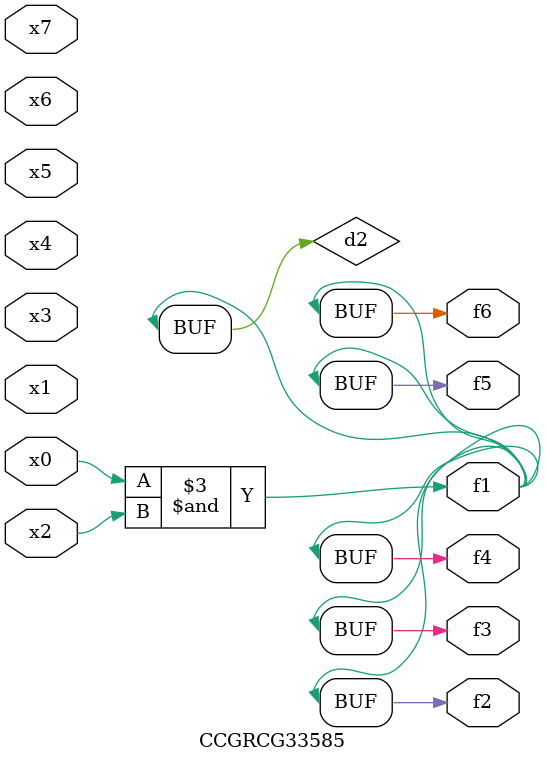
<source format=v>
module CCGRCG33585(
	input x0, x1, x2, x3, x4, x5, x6, x7,
	output f1, f2, f3, f4, f5, f6
);

	wire d1, d2;

	nor (d1, x3, x6);
	and (d2, x0, x2);
	assign f1 = d2;
	assign f2 = d2;
	assign f3 = d2;
	assign f4 = d2;
	assign f5 = d2;
	assign f6 = d2;
endmodule

</source>
